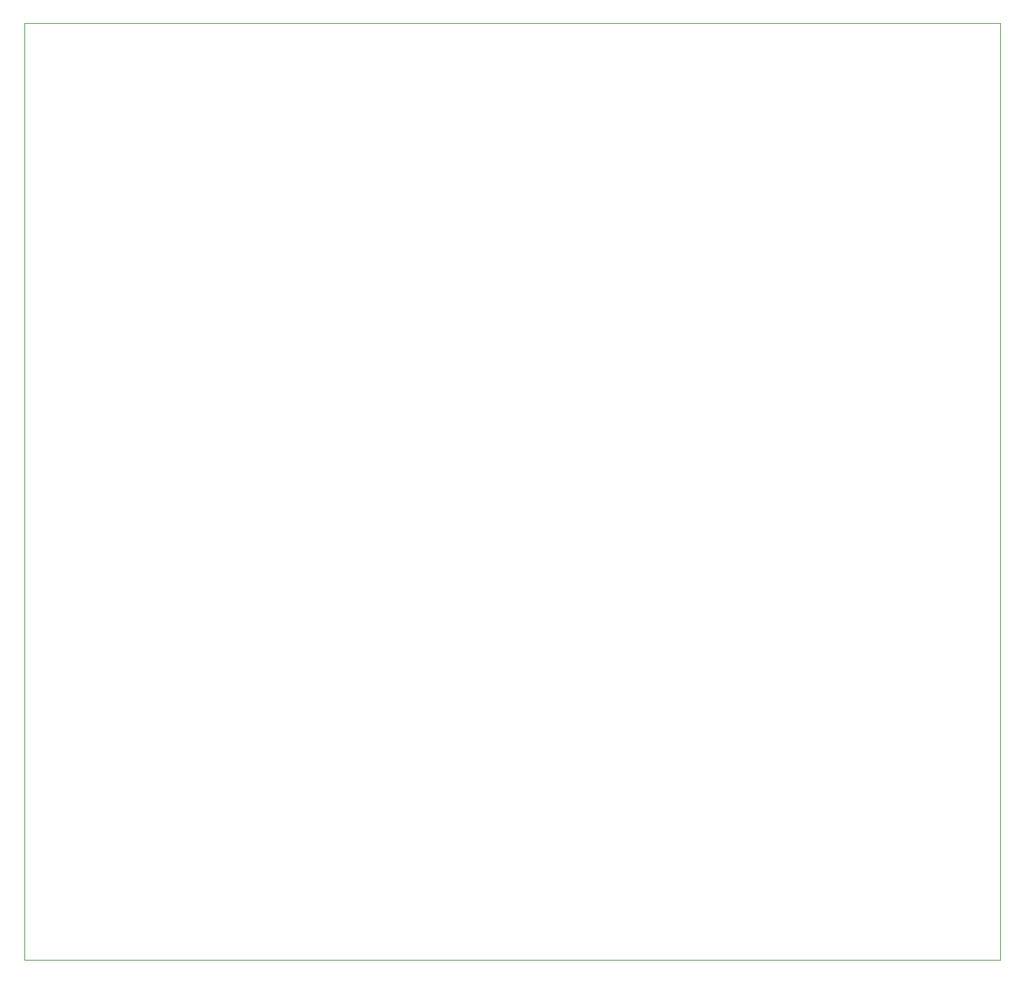
<source format=gm1>
G04*
G04 #@! TF.GenerationSoftware,Altium Limited,Altium Designer,22.2.1 (43)*
G04*
G04 Layer_Color=16711935*
%FSLAX25Y25*%
%MOIN*%
G70*
G04*
G04 #@! TF.SameCoordinates,73734EF2-4F8A-41DC-AC67-8C68D8C25B41*
G04*
G04*
G04 #@! TF.FilePolarity,Positive*
G04*
G01*
G75*
%ADD95C,0.00004*%
D95*
X394Y0D02*
X492520Y0D01*
X-0Y0D02*
X0Y472835D01*
X492520Y472835D02*
X492520Y5D01*
X0Y472835D02*
X492520Y472835D01*
M02*

</source>
